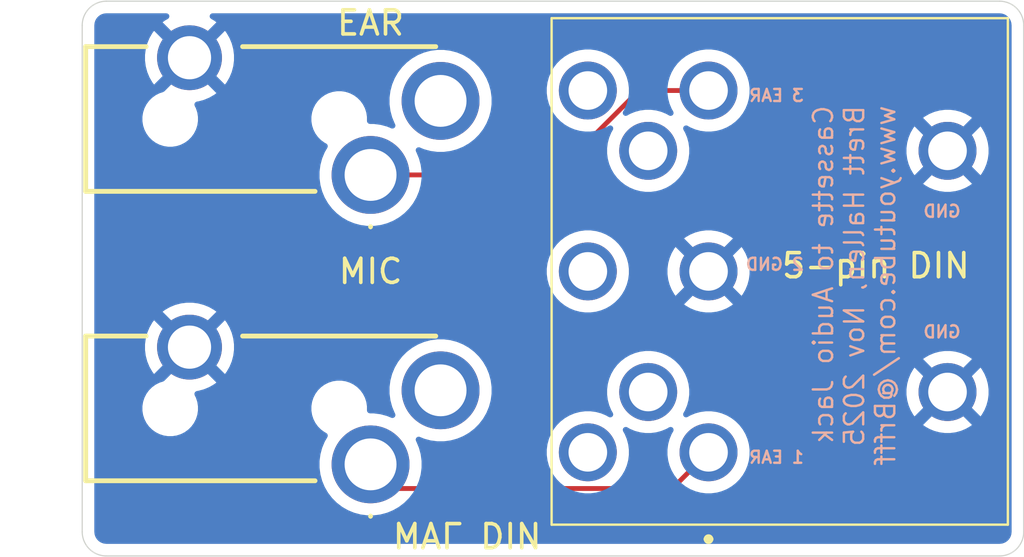
<source format=kicad_pcb>
(kicad_pcb (version 20241229) (generator "pcbnew") (generator_version "9.0")
  (title_block (title "Cassette To Audio Jack") (date "20/NOV/2025") (rev "A") (company "Brett Hallen") (comment 1 "www.youtube.com/@Brfff"))
  (layers (0 "F.Cu" signal) (2 "B.Cu" signal) (13 "F.Paste" user) (15 "B.Paste" user) (5 "F.SilkS" user "F.Silkscreen") (7 "B.SilkS" user "B.Silkscreen") (1 "F.Mask" user) (3 "B.Mask" user) (25 "Edge.Cuts" user))
  (net 0 "")
  (net 4 "MIC")
  (net 5 "GND")
  (net 6 "EAR")
  (footprint "Clueless_Engineer:SJ3350820BTR" (layer "F.Cu") (at 110.321586 81.296881)
    (property "Reference" "J3" (hide yes))
    (property "Value" "EAR" (at 0 -6.301253 0) (layer "F.SilkS"))
    (fp_line (start -11.8 -5.32) (end -11.8 0.68) (stroke (width 0.2)) (layer "F.SilkS"))
    (fp_line (start -11.8 0.68) (end -2.3 0.68) (stroke (width 0.2)) (layer "F.SilkS"))
    (fp_line (start -9.3 -5.32) (end -11.8 -5.32) (stroke (width 0.2)) (layer "F.SilkS"))
    (fp_line (start -5.3 -5.32) (end 2.7 -5.32) (stroke (width 0.2)) (layer "F.SilkS"))
    (fp_line (start 0 2.1) (end 0 2.1) (stroke (width 0.1)) (layer "F.SilkS"))
    (fp_line (start 0 2.2) (end 0 2.2) (stroke (width 0.1)) (layer "F.SilkS"))
    (fp_arc (start 0 2.1) (mid 0.05 2.15) (end 0 2.2) (stroke (width 0.1)) (layer "F.SilkS"))
    (fp_arc (start 0 2.2) (mid -0.05 2.15) (end 0 2.1) (stroke (width 0.1)) (layer "F.SilkS"))
    (pad "" np_thru_hole circle (at -8.3 -2.32) (size 1.8 1.8) (drill 1.8) (layers "*.Cu" "*.Mask"))
    (pad "" np_thru_hole circle (at -1.3 -2.32) (size 1.8 1.8) (drill 1.8) (layers "*.Cu" "*.Mask"))
    (pad "2" thru_hole circle (at 0 0) (size 3.225 3.225) (drill 2.15) (layers "*.Cu" "*.Mask") (net 6 "EAR"))
    (pad "3" thru_hole circle (at 2.9 -3.07) (size 3.225 3.225) (drill 2.15) (layers "*.Cu" "*.Mask"))
    (pad "5" thru_hole circle (at -7.5 -4.86) (size 2.685 2.685) (drill 1.79) (layers "*.Cu" "*.Mask") (net 5 "GND"))
  )
  (footprint "Clueless_Engineer:6710801" (layer "F.Cu") (at 124.321586 92.796881 -90)
    (property "Reference" "J1" (hide yes))
    (property "Value" "МАГ DIN" (hide yes))
    (fp_line (start -18 6.5) (end -18 -12.4) (stroke (width 0.1)) (layer "F.SilkS"))
    (fp_line (start 3 6.5) (end -18 6.5) (stroke (width 0.1)) (layer "F.SilkS"))
    (fp_line (start 3.6 0.1) (end 3.6 0.1) (stroke (width 0.2)) (layer "F.SilkS"))
    (fp_line (start 3.6 -0.1) (end 3.6 -0.1) (stroke (width 0.2)) (layer "F.SilkS"))
    (fp_line (start -18 -12.4) (end 3 -12.4) (stroke (width 0.1)) (layer "F.SilkS"))
    (fp_line (start 3 -12.4) (end 3 6.5) (stroke (width 0.1)) (layer "F.SilkS"))
    (fp_arc (start 3.6 0.1) (mid 3.5 0) (end 3.6 -0.1) (stroke (width 0.2)) (layer "F.SilkS"))
    (fp_arc (start 3.6 -0.1) (mid 3.7 0) (end 3.6 0.1) (stroke (width 0.2)) (layer "F.SilkS"))
    (pad "1" thru_hole circle (at 0 0 270) (size 2.4 2.4) (drill 1.6) (layers "*.Cu" "*.Mask") (net 4 "MIC"))
    (pad "2" thru_hole circle (at -7.5 0 270) (size 2.4 2.4) (drill 1.6) (layers "*.Cu" "*.Mask") (net 5 "GND"))
    (pad "3" thru_hole circle (at -15 0 270) (size 2.4 2.4) (drill 1.6) (layers "*.Cu" "*.Mask") (net 6 "EAR"))
    (pad "4" thru_hole circle (at -2.5 2.5 270) (size 2.4 2.4) (drill 1.6) (layers "*.Cu" "*.Mask"))
    (pad "5" thru_hole circle (at -12.5 2.5 270) (size 2.4 2.4) (drill 1.6) (layers "*.Cu" "*.Mask"))
    (pad "6" thru_hole circle (at 0 5 270) (size 2.4 2.4) (drill 1.6) (layers "*.Cu" "*.Mask"))
    (pad "7" thru_hole circle (at -15 5 270) (size 2.4 2.4) (drill 1.6) (layers "*.Cu" "*.Mask"))
    (pad "8" thru_hole circle (at -7.5 5 270) (size 2.4 2.4) (drill 1.6) (layers "*.Cu" "*.Mask"))
    (pad "MH1" thru_hole circle (at -2.5 -9.9 270) (size 2.4 2.4) (drill 1.6) (layers "*.Cu" "*.Mask") (net 5 "GND"))
    (pad "MH2" thru_hole circle (at -12.5 -9.9 270) (size 2.4 2.4) (drill 1.6) (layers "*.Cu" "*.Mask") (net 5 "GND"))
  )
  (footprint "Clueless_Engineer:SJ3350820BTR" (layer "F.Cu") (at 110.321586 93.296881)
    (property "Reference" "J2" (hide yes))
    (property "Value" "MIC" (hide yes))
    (fp_line (start -11.8 -5.32) (end -11.8 0.68) (stroke (width 0.2)) (layer "F.SilkS"))
    (fp_line (start -11.8 0.68) (end -2.3 0.68) (stroke (width 0.2)) (layer "F.SilkS"))
    (fp_line (start -9.3 -5.32) (end -11.8 -5.32) (stroke (width 0.2)) (layer "F.SilkS"))
    (fp_line (start -5.3 -5.32) (end 2.7 -5.32) (stroke (width 0.2)) (layer "F.SilkS"))
    (fp_line (start 0 2.1) (end 0 2.1) (stroke (width 0.1)) (layer "F.SilkS"))
    (fp_line (start 0 2.2) (end 0 2.2) (stroke (width 0.1)) (layer "F.SilkS"))
    (fp_arc (start 0 2.1) (mid 0.05 2.15) (end 0 2.2) (stroke (width 0.1)) (layer "F.SilkS"))
    (fp_arc (start 0 2.2) (mid -0.05 2.15) (end 0 2.1) (stroke (width 0.1)) (layer "F.SilkS"))
    (pad "" np_thru_hole circle (at -8.3 -2.32) (size 1.8 1.8) (drill 1.8) (layers "*.Cu" "*.Mask"))
    (pad "" np_thru_hole circle (at -1.3 -2.32) (size 1.8 1.8) (drill 1.8) (layers "*.Cu" "*.Mask"))
    (pad "2" thru_hole circle (at 0 0) (size 3.225 3.225) (drill 2.15) (layers "*.Cu" "*.Mask") (net 4 "MIC"))
    (pad "3" thru_hole circle (at 2.9 -3.07) (size 3.225 3.225) (drill 2.15) (layers "*.Cu" "*.Mask"))
    (pad "5" thru_hole circle (at -7.5 -4.86) (size 2.685 2.685) (drill 1.79) (layers "*.Cu" "*.Mask") (net 5 "GND"))
  )
  (gr_line (start 99.377469 74.093881) (end 136.377469 74.093881) (stroke (width 0.05)) (layer "Edge.Cuts"))
  (gr_arc (start 137.377469 96.093881) (mid 137.084581 96.800989) (end 136.377469 97.093881) (stroke (width 0.05)) (layer "Edge.Cuts"))
  (gr_line (start 98.377469 96.093881) (end 98.377469 75.093881) (stroke (width 0.05)) (layer "Edge.Cuts"))
  (gr_line (start 137.377469 75.093881) (end 137.377469 96.093881) (stroke (width 0.05)) (layer "Edge.Cuts"))
  (gr_arc (start 136.377469 74.093881) (mid 137.084576 74.386774) (end 137.377469 75.093881) (stroke (width 0.05)) (layer "Edge.Cuts"))
  (gr_arc (start 99.377469 97.093881) (mid 98.670362 96.800988) (end 98.377469 96.093881) (stroke (width 0.05)) (layer "Edge.Cuts"))
  (gr_line (start 136.377469 97.093881) (end 99.377469 97.093881) (stroke (width 0.05)) (layer "Edge.Cuts"))
  (gr_arc (start 98.377469 75.093881) (mid 98.670362 74.386774) (end 99.377469 74.093881) (stroke (width 0.05)) (layer "Edge.Cuts"))
  (gr_text "5-pin DIN" (at 127.271586 85.646881 0) (layer "F.SilkS") (effects (font (size 1 1)) (justify left bottom)))
  (gr_text "МАГ DIN" (at 114.321586 96.296881 0) (layer "F.SilkS") (effects (font (size 1 1))))
  (gr_text "MIC" (at 110.321586 85.296881 0) (layer "F.SilkS") (effects (font (size 1 1))))
  (gr_text "Cassette to Audio Jack\nBrett Hallen, Nov 2025\nwww.youtube.com/@Brfff" (at 132.118574 78.352432 90) (layer "B.SilkS") (effects (font (size 0.8 0.8) (thickness 0.1)) (justify left bottom mirror)))
  (gr_text "GND" (at 134.821586 83.096881 0) (layer "B.SilkS") (effects (font (size 0.5 0.5) (thickness 0.1) (bold yes)) (justify left bottom mirror)))
  (gr_text "1 EAR" (at 128.321586 93.296881 0) (layer "B.SilkS") (effects (font (size 0.5 0.5) (thickness 0.1) (bold yes)) (justify left bottom mirror)))
  (gr_text "2 GND" (at 128.321586 85.296881 0) (layer "B.SilkS") (effects (font (size 0.5 0.5) (thickness 0.1) (bold yes)) (justify left bottom mirror)))
  (gr_text "GND" (at 134.821586 88.096881 0) (layer "B.SilkS") (effects (font (size 0.5 0.5) (thickness 0.1) (bold yes)) (justify left bottom mirror)))
  (gr_text "3 EAR" (at 128.321586 78.296881 0) (layer "B.SilkS") (effects (font (size 0.5 0.5) (thickness 0.1) (bold yes)) (justify left bottom mirror)))
  (segment (start 122.820586 94.297881) (end 111.322586 94.297881) (width 0.2) (layer "F.Cu") (net 4))
  (segment (start 111.322586 94.297881) (end 110.321586 93.296881) (width 0.2) (layer "F.Cu") (net 4))
  (segment (start 124.321586 92.796881) (end 122.820586 94.297881) (width 0.2) (layer "F.Cu") (net 4))
  (segment (start 117.944321 81.296881) (end 110.321586 81.296881) (width 0.2) (layer "F.Cu") (net 6))
  (segment (start 124.321586 77.796881) (end 121.444321 77.796881) (width 0.2) (layer "F.Cu") (net 6))
  (segment (start 121.444321 77.796881) (end 117.944321 81.296881) (width 0.2) (layer "F.Cu") (net 6))
  (zone (net 5) (net_name "GND") (layer "B.Cu") (connect_pads (clearance 0.5)) (min_thickness 0.25) (fill yes (thermal_gap 0.5) (thermal_bridge_width 0.5))
    (polygon (pts (xy 98.377469 74.093881) (xy 137.377469 74.093881) (xy 137.377469 97.093881) (xy 98.377469 97.093881)))
  )
)
</source>
